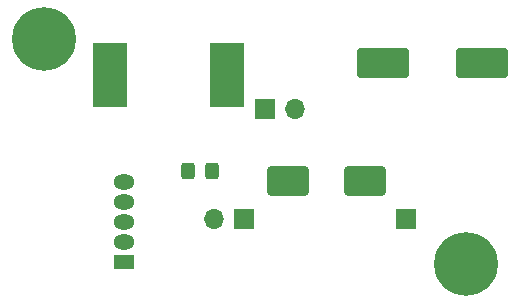
<source format=gbr>
%TF.GenerationSoftware,KiCad,Pcbnew,(6.0.9)*%
%TF.CreationDate,2022-12-23T10:42:16+01:00*%
%TF.ProjectId,buck,6275636b-2e6b-4696-9361-645f70636258,rev?*%
%TF.SameCoordinates,Original*%
%TF.FileFunction,Soldermask,Top*%
%TF.FilePolarity,Negative*%
%FSLAX46Y46*%
G04 Gerber Fmt 4.6, Leading zero omitted, Abs format (unit mm)*
G04 Created by KiCad (PCBNEW (6.0.9)) date 2022-12-23 10:42:16*
%MOMM*%
%LPD*%
G01*
G04 APERTURE LIST*
G04 Aperture macros list*
%AMRoundRect*
0 Rectangle with rounded corners*
0 $1 Rounding radius*
0 $2 $3 $4 $5 $6 $7 $8 $9 X,Y pos of 4 corners*
0 Add a 4 corners polygon primitive as box body*
4,1,4,$2,$3,$4,$5,$6,$7,$8,$9,$2,$3,0*
0 Add four circle primitives for the rounded corners*
1,1,$1+$1,$2,$3*
1,1,$1+$1,$4,$5*
1,1,$1+$1,$6,$7*
1,1,$1+$1,$8,$9*
0 Add four rect primitives between the rounded corners*
20,1,$1+$1,$2,$3,$4,$5,0*
20,1,$1+$1,$4,$5,$6,$7,0*
20,1,$1+$1,$6,$7,$8,$9,0*
20,1,$1+$1,$8,$9,$2,$3,0*%
G04 Aperture macros list end*
%ADD10RoundRect,0.250000X-1.500000X-1.000000X1.500000X-1.000000X1.500000X1.000000X-1.500000X1.000000X0*%
%ADD11RoundRect,0.250000X-1.950000X-1.000000X1.950000X-1.000000X1.950000X1.000000X-1.950000X1.000000X0*%
%ADD12R,2.900000X5.400000*%
%ADD13C,5.400000*%
%ADD14RoundRect,0.250000X0.325000X0.450000X-0.325000X0.450000X-0.325000X-0.450000X0.325000X-0.450000X0*%
%ADD15R,1.800000X1.275000*%
%ADD16O,1.800000X1.275000*%
%ADD17R,1.700000X1.700000*%
%ADD18O,1.700000X1.700000*%
G04 APERTURE END LIST*
D10*
%TO.C,C1*%
X134164000Y-98044000D03*
X140664000Y-98044000D03*
%TD*%
D11*
%TO.C,C2*%
X142231000Y-88011000D03*
X150631000Y-88011000D03*
%TD*%
D12*
%TO.C,L1*%
X119129000Y-89027000D03*
X129029000Y-89027000D03*
%TD*%
D13*
%TO.C,H2*%
X113538000Y-85979000D03*
%TD*%
%TO.C,H1*%
X149225000Y-105029000D03*
%TD*%
D14*
%TO.C,D1*%
X127771000Y-97155000D03*
X125721000Y-97155000D03*
%TD*%
D15*
%TO.C,U1*%
X120245000Y-104900000D03*
D16*
X120245000Y-103200000D03*
X120245000Y-101500000D03*
X120245000Y-99800000D03*
X120245000Y-98100000D03*
%TD*%
D17*
%TO.C,J1*%
X130459000Y-101264000D03*
D18*
X127919000Y-101264000D03*
%TD*%
D17*
%TO.C,J3*%
X144145000Y-101219000D03*
%TD*%
%TO.C,J2*%
X132207000Y-91948000D03*
D18*
X134747000Y-91948000D03*
%TD*%
M02*

</source>
